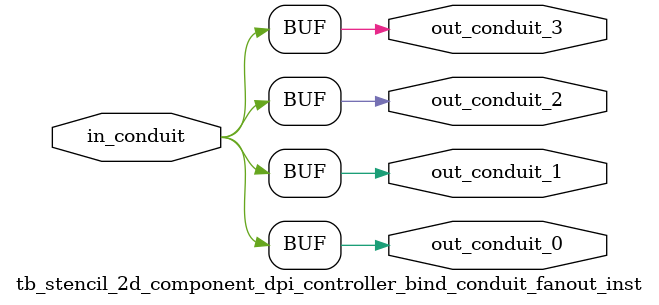
<source format=sv>


 


// --------------------------------------------------------------------------------
//| Avalon Conduit Fan-Out
// --------------------------------------------------------------------------------

// ------------------------------------------
// Generation parameters:
//   output_name:       tb_stencil_2d_component_dpi_controller_bind_conduit_fanout_inst
//   numFanOut:         4
//   
// ------------------------------------------

module tb_stencil_2d_component_dpi_controller_bind_conduit_fanout_inst (     

// Interface: out_conduit_0
 output                    out_conduit_0,
// Interface: out_conduit_1
 output                    out_conduit_1,
// Interface: out_conduit_2
 output                    out_conduit_2,
// Interface: out_conduit_3
 output                    out_conduit_3,

// Interface: in_conduit
 input                   in_conduit

);

   assign  out_conduit_0 = in_conduit;
   assign  out_conduit_1 = in_conduit;
   assign  out_conduit_2 = in_conduit;
   assign  out_conduit_3 = in_conduit;

endmodule //


</source>
